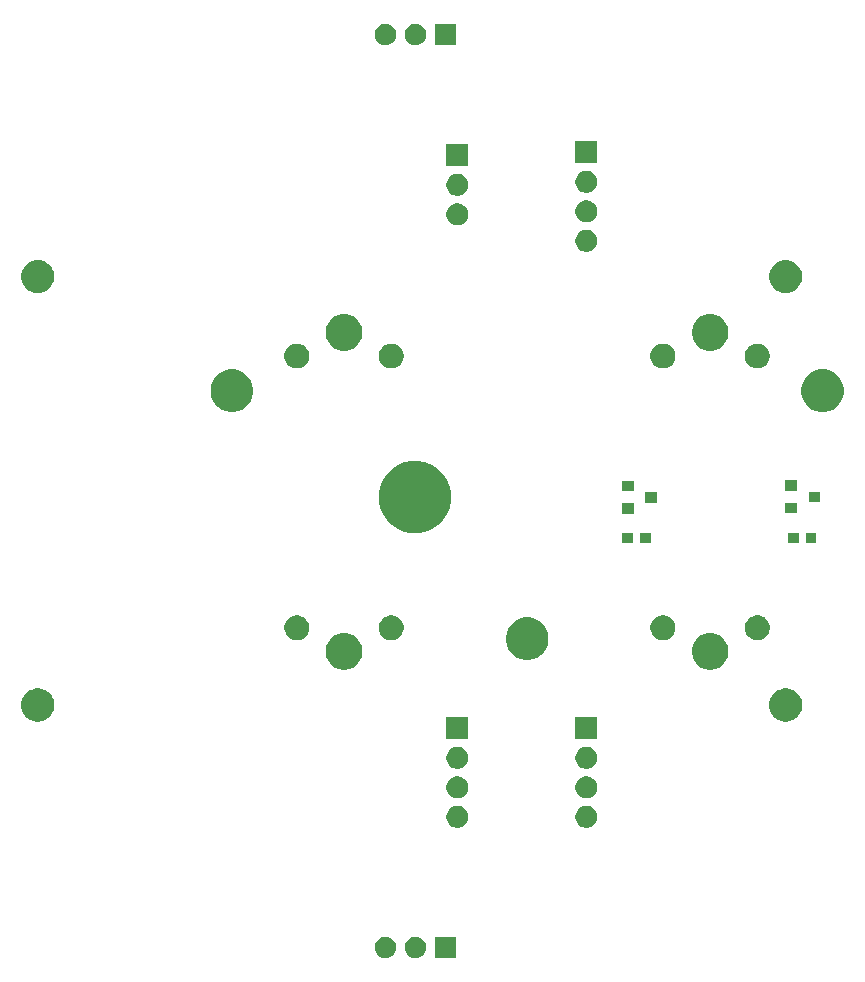
<source format=gbr>
G04 #@! TF.GenerationSoftware,KiCad,Pcbnew,(5.1.5)-3*
G04 #@! TF.CreationDate,2020-06-25T09:37:35+02:00*
G04 #@! TF.ProjectId,StepperClockMotor,53746570-7065-4724-936c-6f636b4d6f74,v1.1*
G04 #@! TF.SameCoordinates,Original*
G04 #@! TF.FileFunction,Soldermask,Bot*
G04 #@! TF.FilePolarity,Negative*
%FSLAX46Y46*%
G04 Gerber Fmt 4.6, Leading zero omitted, Abs format (unit mm)*
G04 Created by KiCad (PCBNEW (5.1.5)-3) date 2020-06-25 09:37:35*
%MOMM*%
%LPD*%
G04 APERTURE LIST*
%ADD10C,0.100000*%
G04 APERTURE END LIST*
D10*
G36*
X98411312Y-180654667D02*
G01*
X98560612Y-180684364D01*
X98724584Y-180752284D01*
X98872154Y-180850887D01*
X98997653Y-180976386D01*
X99096256Y-181123956D01*
X99164176Y-181287928D01*
X99198800Y-181461999D01*
X99198800Y-181639481D01*
X99164176Y-181813552D01*
X99096256Y-181977524D01*
X98997653Y-182125094D01*
X98872154Y-182250593D01*
X98724584Y-182349196D01*
X98560612Y-182417116D01*
X98411312Y-182446813D01*
X98386542Y-182451740D01*
X98209058Y-182451740D01*
X98184288Y-182446813D01*
X98034988Y-182417116D01*
X97871016Y-182349196D01*
X97723446Y-182250593D01*
X97597947Y-182125094D01*
X97499344Y-181977524D01*
X97431424Y-181813552D01*
X97396800Y-181639481D01*
X97396800Y-181461999D01*
X97431424Y-181287928D01*
X97499344Y-181123956D01*
X97597947Y-180976386D01*
X97723446Y-180850887D01*
X97871016Y-180752284D01*
X98034988Y-180684364D01*
X98184288Y-180654667D01*
X98209058Y-180649740D01*
X98386542Y-180649740D01*
X98411312Y-180654667D01*
G37*
G36*
X100951312Y-180654667D02*
G01*
X101100612Y-180684364D01*
X101264584Y-180752284D01*
X101412154Y-180850887D01*
X101537653Y-180976386D01*
X101636256Y-181123956D01*
X101704176Y-181287928D01*
X101738800Y-181461999D01*
X101738800Y-181639481D01*
X101704176Y-181813552D01*
X101636256Y-181977524D01*
X101537653Y-182125094D01*
X101412154Y-182250593D01*
X101264584Y-182349196D01*
X101100612Y-182417116D01*
X100951312Y-182446813D01*
X100926542Y-182451740D01*
X100749058Y-182451740D01*
X100724288Y-182446813D01*
X100574988Y-182417116D01*
X100411016Y-182349196D01*
X100263446Y-182250593D01*
X100137947Y-182125094D01*
X100039344Y-181977524D01*
X99971424Y-181813552D01*
X99936800Y-181639481D01*
X99936800Y-181461999D01*
X99971424Y-181287928D01*
X100039344Y-181123956D01*
X100137947Y-180976386D01*
X100263446Y-180850887D01*
X100411016Y-180752284D01*
X100574988Y-180684364D01*
X100724288Y-180654667D01*
X100749058Y-180649740D01*
X100926542Y-180649740D01*
X100951312Y-180654667D01*
G37*
G36*
X104278800Y-182451740D02*
G01*
X102476800Y-182451740D01*
X102476800Y-180649740D01*
X104278800Y-180649740D01*
X104278800Y-182451740D01*
G37*
G36*
X115585904Y-169618325D02*
G01*
X115754426Y-169688129D01*
X115906091Y-169789468D01*
X116035072Y-169918449D01*
X116136411Y-170070114D01*
X116206215Y-170238636D01*
X116241800Y-170417537D01*
X116241800Y-170599943D01*
X116206215Y-170778844D01*
X116136411Y-170947366D01*
X116035072Y-171099031D01*
X115906091Y-171228012D01*
X115754426Y-171329351D01*
X115585904Y-171399155D01*
X115407003Y-171434740D01*
X115224597Y-171434740D01*
X115045696Y-171399155D01*
X114877174Y-171329351D01*
X114725509Y-171228012D01*
X114596528Y-171099031D01*
X114495189Y-170947366D01*
X114425385Y-170778844D01*
X114389800Y-170599943D01*
X114389800Y-170417537D01*
X114425385Y-170238636D01*
X114495189Y-170070114D01*
X114596528Y-169918449D01*
X114725509Y-169789468D01*
X114877174Y-169688129D01*
X115045696Y-169618325D01*
X115224597Y-169582740D01*
X115407003Y-169582740D01*
X115585904Y-169618325D01*
G37*
G36*
X104663904Y-169618325D02*
G01*
X104832426Y-169688129D01*
X104984091Y-169789468D01*
X105113072Y-169918449D01*
X105214411Y-170070114D01*
X105284215Y-170238636D01*
X105319800Y-170417537D01*
X105319800Y-170599943D01*
X105284215Y-170778844D01*
X105214411Y-170947366D01*
X105113072Y-171099031D01*
X104984091Y-171228012D01*
X104832426Y-171329351D01*
X104663904Y-171399155D01*
X104485003Y-171434740D01*
X104302597Y-171434740D01*
X104123696Y-171399155D01*
X103955174Y-171329351D01*
X103803509Y-171228012D01*
X103674528Y-171099031D01*
X103573189Y-170947366D01*
X103503385Y-170778844D01*
X103467800Y-170599943D01*
X103467800Y-170417537D01*
X103503385Y-170238636D01*
X103573189Y-170070114D01*
X103674528Y-169918449D01*
X103803509Y-169789468D01*
X103955174Y-169688129D01*
X104123696Y-169618325D01*
X104302597Y-169582740D01*
X104485003Y-169582740D01*
X104663904Y-169618325D01*
G37*
G36*
X104663904Y-167118325D02*
G01*
X104832426Y-167188129D01*
X104984091Y-167289468D01*
X105113072Y-167418449D01*
X105214411Y-167570114D01*
X105284215Y-167738636D01*
X105319800Y-167917537D01*
X105319800Y-168099943D01*
X105284215Y-168278844D01*
X105214411Y-168447366D01*
X105113072Y-168599031D01*
X104984091Y-168728012D01*
X104832426Y-168829351D01*
X104663904Y-168899155D01*
X104485003Y-168934740D01*
X104302597Y-168934740D01*
X104123696Y-168899155D01*
X103955174Y-168829351D01*
X103803509Y-168728012D01*
X103674528Y-168599031D01*
X103573189Y-168447366D01*
X103503385Y-168278844D01*
X103467800Y-168099943D01*
X103467800Y-167917537D01*
X103503385Y-167738636D01*
X103573189Y-167570114D01*
X103674528Y-167418449D01*
X103803509Y-167289468D01*
X103955174Y-167188129D01*
X104123696Y-167118325D01*
X104302597Y-167082740D01*
X104485003Y-167082740D01*
X104663904Y-167118325D01*
G37*
G36*
X115585904Y-167118325D02*
G01*
X115754426Y-167188129D01*
X115906091Y-167289468D01*
X116035072Y-167418449D01*
X116136411Y-167570114D01*
X116206215Y-167738636D01*
X116241800Y-167917537D01*
X116241800Y-168099943D01*
X116206215Y-168278844D01*
X116136411Y-168447366D01*
X116035072Y-168599031D01*
X115906091Y-168728012D01*
X115754426Y-168829351D01*
X115585904Y-168899155D01*
X115407003Y-168934740D01*
X115224597Y-168934740D01*
X115045696Y-168899155D01*
X114877174Y-168829351D01*
X114725509Y-168728012D01*
X114596528Y-168599031D01*
X114495189Y-168447366D01*
X114425385Y-168278844D01*
X114389800Y-168099943D01*
X114389800Y-167917537D01*
X114425385Y-167738636D01*
X114495189Y-167570114D01*
X114596528Y-167418449D01*
X114725509Y-167289468D01*
X114877174Y-167188129D01*
X115045696Y-167118325D01*
X115224597Y-167082740D01*
X115407003Y-167082740D01*
X115585904Y-167118325D01*
G37*
G36*
X115585904Y-164618325D02*
G01*
X115754426Y-164688129D01*
X115906091Y-164789468D01*
X116035072Y-164918449D01*
X116136411Y-165070114D01*
X116206215Y-165238636D01*
X116241800Y-165417537D01*
X116241800Y-165599943D01*
X116206215Y-165778844D01*
X116136411Y-165947366D01*
X116035072Y-166099031D01*
X115906091Y-166228012D01*
X115754426Y-166329351D01*
X115585904Y-166399155D01*
X115407003Y-166434740D01*
X115224597Y-166434740D01*
X115045696Y-166399155D01*
X114877174Y-166329351D01*
X114725509Y-166228012D01*
X114596528Y-166099031D01*
X114495189Y-165947366D01*
X114425385Y-165778844D01*
X114389800Y-165599943D01*
X114389800Y-165417537D01*
X114425385Y-165238636D01*
X114495189Y-165070114D01*
X114596528Y-164918449D01*
X114725509Y-164789468D01*
X114877174Y-164688129D01*
X115045696Y-164618325D01*
X115224597Y-164582740D01*
X115407003Y-164582740D01*
X115585904Y-164618325D01*
G37*
G36*
X104663904Y-164618325D02*
G01*
X104832426Y-164688129D01*
X104984091Y-164789468D01*
X105113072Y-164918449D01*
X105214411Y-165070114D01*
X105284215Y-165238636D01*
X105319800Y-165417537D01*
X105319800Y-165599943D01*
X105284215Y-165778844D01*
X105214411Y-165947366D01*
X105113072Y-166099031D01*
X104984091Y-166228012D01*
X104832426Y-166329351D01*
X104663904Y-166399155D01*
X104485003Y-166434740D01*
X104302597Y-166434740D01*
X104123696Y-166399155D01*
X103955174Y-166329351D01*
X103803509Y-166228012D01*
X103674528Y-166099031D01*
X103573189Y-165947366D01*
X103503385Y-165778844D01*
X103467800Y-165599943D01*
X103467800Y-165417537D01*
X103503385Y-165238636D01*
X103573189Y-165070114D01*
X103674528Y-164918449D01*
X103803509Y-164789468D01*
X103955174Y-164688129D01*
X104123696Y-164618325D01*
X104302597Y-164582740D01*
X104485003Y-164582740D01*
X104663904Y-164618325D01*
G37*
G36*
X116241800Y-163934740D02*
G01*
X114389800Y-163934740D01*
X114389800Y-162082740D01*
X116241800Y-162082740D01*
X116241800Y-163934740D01*
G37*
G36*
X105319800Y-163934740D02*
G01*
X103467800Y-163934740D01*
X103467800Y-162082740D01*
X105319800Y-162082740D01*
X105319800Y-163934740D01*
G37*
G36*
X69184233Y-159665633D02*
G01*
X69274457Y-159683579D01*
X69380067Y-159727325D01*
X69529421Y-159789189D01*
X69529422Y-159789190D01*
X69758886Y-159942512D01*
X69954028Y-160137654D01*
X70056475Y-160290977D01*
X70107351Y-160367119D01*
X70212961Y-160622084D01*
X70266800Y-160892752D01*
X70266800Y-161168728D01*
X70212961Y-161439396D01*
X70107351Y-161694361D01*
X70107350Y-161694362D01*
X69954028Y-161923826D01*
X69758886Y-162118968D01*
X69605563Y-162221415D01*
X69529421Y-162272291D01*
X69380067Y-162334155D01*
X69274457Y-162377901D01*
X69184233Y-162395847D01*
X69003788Y-162431740D01*
X68727812Y-162431740D01*
X68547367Y-162395847D01*
X68457143Y-162377901D01*
X68351533Y-162334155D01*
X68202179Y-162272291D01*
X68126037Y-162221415D01*
X67972714Y-162118968D01*
X67777572Y-161923826D01*
X67624250Y-161694362D01*
X67624249Y-161694361D01*
X67518639Y-161439396D01*
X67464800Y-161168728D01*
X67464800Y-160892752D01*
X67518639Y-160622084D01*
X67624249Y-160367119D01*
X67675125Y-160290977D01*
X67777572Y-160137654D01*
X67972714Y-159942512D01*
X68202178Y-159789190D01*
X68202179Y-159789189D01*
X68351533Y-159727325D01*
X68457143Y-159683579D01*
X68547367Y-159665633D01*
X68727812Y-159629740D01*
X69003788Y-159629740D01*
X69184233Y-159665633D01*
G37*
G36*
X132504233Y-159665633D02*
G01*
X132594457Y-159683579D01*
X132700067Y-159727325D01*
X132849421Y-159789189D01*
X132849422Y-159789190D01*
X133078886Y-159942512D01*
X133274028Y-160137654D01*
X133376475Y-160290977D01*
X133427351Y-160367119D01*
X133532961Y-160622084D01*
X133586800Y-160892752D01*
X133586800Y-161168728D01*
X133532961Y-161439396D01*
X133427351Y-161694361D01*
X133427350Y-161694362D01*
X133274028Y-161923826D01*
X133078886Y-162118968D01*
X132925563Y-162221415D01*
X132849421Y-162272291D01*
X132700067Y-162334155D01*
X132594457Y-162377901D01*
X132504233Y-162395847D01*
X132323788Y-162431740D01*
X132047812Y-162431740D01*
X131867367Y-162395847D01*
X131777143Y-162377901D01*
X131671533Y-162334155D01*
X131522179Y-162272291D01*
X131446037Y-162221415D01*
X131292714Y-162118968D01*
X131097572Y-161923826D01*
X130944250Y-161694362D01*
X130944249Y-161694361D01*
X130838639Y-161439396D01*
X130784800Y-161168728D01*
X130784800Y-160892752D01*
X130838639Y-160622084D01*
X130944249Y-160367119D01*
X130995125Y-160290977D01*
X131097572Y-160137654D01*
X131292714Y-159942512D01*
X131522178Y-159789190D01*
X131522179Y-159789189D01*
X131671533Y-159727325D01*
X131777143Y-159683579D01*
X131867367Y-159665633D01*
X132047812Y-159629740D01*
X132323788Y-159629740D01*
X132504233Y-159665633D01*
G37*
G36*
X95098385Y-154959542D02*
G01*
X95248210Y-154989344D01*
X95530474Y-155106261D01*
X95784505Y-155275999D01*
X96000541Y-155492035D01*
X96170279Y-155746066D01*
X96287196Y-156028330D01*
X96346800Y-156327980D01*
X96346800Y-156633500D01*
X96287196Y-156933150D01*
X96170279Y-157215414D01*
X96000541Y-157469445D01*
X95784505Y-157685481D01*
X95530474Y-157855219D01*
X95248210Y-157972136D01*
X95098385Y-158001938D01*
X94948561Y-158031740D01*
X94643039Y-158031740D01*
X94493215Y-158001938D01*
X94343390Y-157972136D01*
X94061126Y-157855219D01*
X93807095Y-157685481D01*
X93591059Y-157469445D01*
X93421321Y-157215414D01*
X93304404Y-156933150D01*
X93244800Y-156633500D01*
X93244800Y-156327980D01*
X93304404Y-156028330D01*
X93421321Y-155746066D01*
X93591059Y-155492035D01*
X93807095Y-155275999D01*
X94061126Y-155106261D01*
X94343390Y-154989344D01*
X94493215Y-154959542D01*
X94643039Y-154929740D01*
X94948561Y-154929740D01*
X95098385Y-154959542D01*
G37*
G36*
X126098385Y-154959542D02*
G01*
X126248210Y-154989344D01*
X126530474Y-155106261D01*
X126784505Y-155275999D01*
X127000541Y-155492035D01*
X127170279Y-155746066D01*
X127287196Y-156028330D01*
X127346800Y-156327980D01*
X127346800Y-156633500D01*
X127287196Y-156933150D01*
X127170279Y-157215414D01*
X127000541Y-157469445D01*
X126784505Y-157685481D01*
X126530474Y-157855219D01*
X126248210Y-157972136D01*
X126098385Y-158001938D01*
X125948561Y-158031740D01*
X125643039Y-158031740D01*
X125493215Y-158001938D01*
X125343390Y-157972136D01*
X125061126Y-157855219D01*
X124807095Y-157685481D01*
X124591059Y-157469445D01*
X124421321Y-157215414D01*
X124304404Y-156933150D01*
X124244800Y-156633500D01*
X124244800Y-156327980D01*
X124304404Y-156028330D01*
X124421321Y-155746066D01*
X124591059Y-155492035D01*
X124807095Y-155275999D01*
X125061126Y-155106261D01*
X125343390Y-154989344D01*
X125493215Y-154959542D01*
X125643039Y-154929740D01*
X125948561Y-154929740D01*
X126098385Y-154959542D01*
G37*
G36*
X110831131Y-153688951D02*
G01*
X111158892Y-153824714D01*
X111453870Y-154021812D01*
X111704728Y-154272670D01*
X111901826Y-154567648D01*
X112037589Y-154895409D01*
X112106800Y-155243356D01*
X112106800Y-155598124D01*
X112037589Y-155946071D01*
X111901826Y-156273832D01*
X111704728Y-156568810D01*
X111453870Y-156819668D01*
X111158892Y-157016766D01*
X110831131Y-157152529D01*
X110483184Y-157221740D01*
X110128416Y-157221740D01*
X109780469Y-157152529D01*
X109452708Y-157016766D01*
X109157730Y-156819668D01*
X108906872Y-156568810D01*
X108709774Y-156273832D01*
X108574011Y-155946071D01*
X108504800Y-155598124D01*
X108504800Y-155243356D01*
X108574011Y-154895409D01*
X108709774Y-154567648D01*
X108906872Y-154272670D01*
X109157730Y-154021812D01*
X109452708Y-153824714D01*
X109780469Y-153688951D01*
X110128416Y-153619740D01*
X110483184Y-153619740D01*
X110831131Y-153688951D01*
G37*
G36*
X91102364Y-153470129D02*
G01*
X91293633Y-153549355D01*
X91293635Y-153549356D01*
X91398972Y-153619740D01*
X91465773Y-153664375D01*
X91612165Y-153810767D01*
X91727185Y-153982907D01*
X91806411Y-154174176D01*
X91846800Y-154377224D01*
X91846800Y-154584256D01*
X91806411Y-154787304D01*
X91747412Y-154929740D01*
X91727184Y-154978575D01*
X91612165Y-155150713D01*
X91465773Y-155297105D01*
X91293635Y-155412124D01*
X91293634Y-155412125D01*
X91293633Y-155412125D01*
X91102364Y-155491351D01*
X90899316Y-155531740D01*
X90692284Y-155531740D01*
X90489236Y-155491351D01*
X90297967Y-155412125D01*
X90297966Y-155412125D01*
X90297965Y-155412124D01*
X90125827Y-155297105D01*
X89979435Y-155150713D01*
X89864416Y-154978575D01*
X89844188Y-154929740D01*
X89785189Y-154787304D01*
X89744800Y-154584256D01*
X89744800Y-154377224D01*
X89785189Y-154174176D01*
X89864415Y-153982907D01*
X89979435Y-153810767D01*
X90125827Y-153664375D01*
X90192628Y-153619740D01*
X90297965Y-153549356D01*
X90297967Y-153549355D01*
X90489236Y-153470129D01*
X90692284Y-153429740D01*
X90899316Y-153429740D01*
X91102364Y-153470129D01*
G37*
G36*
X99102364Y-153470129D02*
G01*
X99293633Y-153549355D01*
X99293635Y-153549356D01*
X99398972Y-153619740D01*
X99465773Y-153664375D01*
X99612165Y-153810767D01*
X99727185Y-153982907D01*
X99806411Y-154174176D01*
X99846800Y-154377224D01*
X99846800Y-154584256D01*
X99806411Y-154787304D01*
X99747412Y-154929740D01*
X99727184Y-154978575D01*
X99612165Y-155150713D01*
X99465773Y-155297105D01*
X99293635Y-155412124D01*
X99293634Y-155412125D01*
X99293633Y-155412125D01*
X99102364Y-155491351D01*
X98899316Y-155531740D01*
X98692284Y-155531740D01*
X98489236Y-155491351D01*
X98297967Y-155412125D01*
X98297966Y-155412125D01*
X98297965Y-155412124D01*
X98125827Y-155297105D01*
X97979435Y-155150713D01*
X97864416Y-154978575D01*
X97844188Y-154929740D01*
X97785189Y-154787304D01*
X97744800Y-154584256D01*
X97744800Y-154377224D01*
X97785189Y-154174176D01*
X97864415Y-153982907D01*
X97979435Y-153810767D01*
X98125827Y-153664375D01*
X98192628Y-153619740D01*
X98297965Y-153549356D01*
X98297967Y-153549355D01*
X98489236Y-153470129D01*
X98692284Y-153429740D01*
X98899316Y-153429740D01*
X99102364Y-153470129D01*
G37*
G36*
X122102364Y-153470129D02*
G01*
X122293633Y-153549355D01*
X122293635Y-153549356D01*
X122398972Y-153619740D01*
X122465773Y-153664375D01*
X122612165Y-153810767D01*
X122727185Y-153982907D01*
X122806411Y-154174176D01*
X122846800Y-154377224D01*
X122846800Y-154584256D01*
X122806411Y-154787304D01*
X122747412Y-154929740D01*
X122727184Y-154978575D01*
X122612165Y-155150713D01*
X122465773Y-155297105D01*
X122293635Y-155412124D01*
X122293634Y-155412125D01*
X122293633Y-155412125D01*
X122102364Y-155491351D01*
X121899316Y-155531740D01*
X121692284Y-155531740D01*
X121489236Y-155491351D01*
X121297967Y-155412125D01*
X121297966Y-155412125D01*
X121297965Y-155412124D01*
X121125827Y-155297105D01*
X120979435Y-155150713D01*
X120864416Y-154978575D01*
X120844188Y-154929740D01*
X120785189Y-154787304D01*
X120744800Y-154584256D01*
X120744800Y-154377224D01*
X120785189Y-154174176D01*
X120864415Y-153982907D01*
X120979435Y-153810767D01*
X121125827Y-153664375D01*
X121192628Y-153619740D01*
X121297965Y-153549356D01*
X121297967Y-153549355D01*
X121489236Y-153470129D01*
X121692284Y-153429740D01*
X121899316Y-153429740D01*
X122102364Y-153470129D01*
G37*
G36*
X130102364Y-153470129D02*
G01*
X130293633Y-153549355D01*
X130293635Y-153549356D01*
X130398972Y-153619740D01*
X130465773Y-153664375D01*
X130612165Y-153810767D01*
X130727185Y-153982907D01*
X130806411Y-154174176D01*
X130846800Y-154377224D01*
X130846800Y-154584256D01*
X130806411Y-154787304D01*
X130747412Y-154929740D01*
X130727184Y-154978575D01*
X130612165Y-155150713D01*
X130465773Y-155297105D01*
X130293635Y-155412124D01*
X130293634Y-155412125D01*
X130293633Y-155412125D01*
X130102364Y-155491351D01*
X129899316Y-155531740D01*
X129692284Y-155531740D01*
X129489236Y-155491351D01*
X129297967Y-155412125D01*
X129297966Y-155412125D01*
X129297965Y-155412124D01*
X129125827Y-155297105D01*
X128979435Y-155150713D01*
X128864416Y-154978575D01*
X128844188Y-154929740D01*
X128785189Y-154787304D01*
X128744800Y-154584256D01*
X128744800Y-154377224D01*
X128785189Y-154174176D01*
X128864415Y-153982907D01*
X128979435Y-153810767D01*
X129125827Y-153664375D01*
X129192628Y-153619740D01*
X129297965Y-153549356D01*
X129297967Y-153549355D01*
X129489236Y-153470129D01*
X129692284Y-153429740D01*
X129899316Y-153429740D01*
X130102364Y-153470129D01*
G37*
G36*
X120756800Y-147286740D02*
G01*
X119854800Y-147286740D01*
X119854800Y-146434740D01*
X120756800Y-146434740D01*
X120756800Y-147286740D01*
G37*
G36*
X119256800Y-147286740D02*
G01*
X118354800Y-147286740D01*
X118354800Y-146434740D01*
X119256800Y-146434740D01*
X119256800Y-147286740D01*
G37*
G36*
X134796800Y-147286740D02*
G01*
X133894800Y-147286740D01*
X133894800Y-146434740D01*
X134796800Y-146434740D01*
X134796800Y-147286740D01*
G37*
G36*
X133296800Y-147286740D02*
G01*
X132394800Y-147286740D01*
X132394800Y-146434740D01*
X133296800Y-146434740D01*
X133296800Y-147286740D01*
G37*
G36*
X101685743Y-140486988D02*
G01*
X102240989Y-140716978D01*
X102240990Y-140716979D01*
X102740699Y-141050874D01*
X103165666Y-141475841D01*
X103165667Y-141475843D01*
X103499562Y-141975551D01*
X103729552Y-142530797D01*
X103846800Y-143120241D01*
X103846800Y-143721239D01*
X103729552Y-144310683D01*
X103499562Y-144865929D01*
X103499561Y-144865930D01*
X103165666Y-145365639D01*
X102740699Y-145790606D01*
X102489147Y-145958688D01*
X102240989Y-146124502D01*
X101685743Y-146354492D01*
X101096299Y-146471740D01*
X100495301Y-146471740D01*
X99905857Y-146354492D01*
X99350611Y-146124502D01*
X99102453Y-145958688D01*
X98850901Y-145790606D01*
X98425934Y-145365639D01*
X98092039Y-144865930D01*
X98092038Y-144865929D01*
X97862048Y-144310683D01*
X97744800Y-143721239D01*
X97744800Y-143120241D01*
X97862048Y-142530797D01*
X98092038Y-141975551D01*
X98425933Y-141475843D01*
X98425934Y-141475841D01*
X98850901Y-141050874D01*
X99350610Y-140716979D01*
X99350611Y-140716978D01*
X99905857Y-140486988D01*
X100495301Y-140369740D01*
X101096299Y-140369740D01*
X101685743Y-140486988D01*
G37*
G36*
X119316800Y-144851740D02*
G01*
X118314800Y-144851740D01*
X118314800Y-143949740D01*
X119316800Y-143949740D01*
X119316800Y-144851740D01*
G37*
G36*
X133136800Y-144811740D02*
G01*
X132134800Y-144811740D01*
X132134800Y-143909740D01*
X133136800Y-143909740D01*
X133136800Y-144811740D01*
G37*
G36*
X121316800Y-143901740D02*
G01*
X120314800Y-143901740D01*
X120314800Y-142999740D01*
X121316800Y-142999740D01*
X121316800Y-143901740D01*
G37*
G36*
X135136800Y-143861740D02*
G01*
X134134800Y-143861740D01*
X134134800Y-142959740D01*
X135136800Y-142959740D01*
X135136800Y-143861740D01*
G37*
G36*
X119316800Y-142951740D02*
G01*
X118314800Y-142951740D01*
X118314800Y-142049740D01*
X119316800Y-142049740D01*
X119316800Y-142951740D01*
G37*
G36*
X133136800Y-142911740D02*
G01*
X132134800Y-142911740D01*
X132134800Y-142009740D01*
X133136800Y-142009740D01*
X133136800Y-142911740D01*
G37*
G36*
X135831131Y-132688951D02*
G01*
X136158892Y-132824714D01*
X136453870Y-133021812D01*
X136704728Y-133272670D01*
X136901826Y-133567648D01*
X137037589Y-133895409D01*
X137106800Y-134243356D01*
X137106800Y-134598124D01*
X137037589Y-134946071D01*
X136901826Y-135273832D01*
X136704728Y-135568810D01*
X136453870Y-135819668D01*
X136158892Y-136016766D01*
X135831131Y-136152529D01*
X135483184Y-136221740D01*
X135128416Y-136221740D01*
X134780469Y-136152529D01*
X134452708Y-136016766D01*
X134157730Y-135819668D01*
X133906872Y-135568810D01*
X133709774Y-135273832D01*
X133574011Y-134946071D01*
X133504800Y-134598124D01*
X133504800Y-134243356D01*
X133574011Y-133895409D01*
X133709774Y-133567648D01*
X133906872Y-133272670D01*
X134157730Y-133021812D01*
X134452708Y-132824714D01*
X134780469Y-132688951D01*
X135128416Y-132619740D01*
X135483184Y-132619740D01*
X135831131Y-132688951D01*
G37*
G36*
X85831131Y-132688951D02*
G01*
X86158892Y-132824714D01*
X86453870Y-133021812D01*
X86704728Y-133272670D01*
X86901826Y-133567648D01*
X87037589Y-133895409D01*
X87106800Y-134243356D01*
X87106800Y-134598124D01*
X87037589Y-134946071D01*
X86901826Y-135273832D01*
X86704728Y-135568810D01*
X86453870Y-135819668D01*
X86158892Y-136016766D01*
X85831131Y-136152529D01*
X85483184Y-136221740D01*
X85128416Y-136221740D01*
X84780469Y-136152529D01*
X84452708Y-136016766D01*
X84157730Y-135819668D01*
X83906872Y-135568810D01*
X83709774Y-135273832D01*
X83574011Y-134946071D01*
X83504800Y-134598124D01*
X83504800Y-134243356D01*
X83574011Y-133895409D01*
X83709774Y-133567648D01*
X83906872Y-133272670D01*
X84157730Y-133021812D01*
X84452708Y-132824714D01*
X84780469Y-132688951D01*
X85128416Y-132619740D01*
X85483184Y-132619740D01*
X85831131Y-132688951D01*
G37*
G36*
X91102364Y-130470129D02*
G01*
X91293633Y-130549355D01*
X91293635Y-130549356D01*
X91465773Y-130664375D01*
X91612165Y-130810767D01*
X91727185Y-130982907D01*
X91806411Y-131174176D01*
X91846800Y-131377224D01*
X91846800Y-131584256D01*
X91806411Y-131787304D01*
X91727185Y-131978573D01*
X91727184Y-131978575D01*
X91612165Y-132150713D01*
X91465773Y-132297105D01*
X91293635Y-132412124D01*
X91293634Y-132412125D01*
X91293633Y-132412125D01*
X91102364Y-132491351D01*
X90899316Y-132531740D01*
X90692284Y-132531740D01*
X90489236Y-132491351D01*
X90297967Y-132412125D01*
X90297966Y-132412125D01*
X90297965Y-132412124D01*
X90125827Y-132297105D01*
X89979435Y-132150713D01*
X89864416Y-131978575D01*
X89864415Y-131978573D01*
X89785189Y-131787304D01*
X89744800Y-131584256D01*
X89744800Y-131377224D01*
X89785189Y-131174176D01*
X89864415Y-130982907D01*
X89979435Y-130810767D01*
X90125827Y-130664375D01*
X90297965Y-130549356D01*
X90297967Y-130549355D01*
X90489236Y-130470129D01*
X90692284Y-130429740D01*
X90899316Y-130429740D01*
X91102364Y-130470129D01*
G37*
G36*
X130102364Y-130470129D02*
G01*
X130293633Y-130549355D01*
X130293635Y-130549356D01*
X130465773Y-130664375D01*
X130612165Y-130810767D01*
X130727185Y-130982907D01*
X130806411Y-131174176D01*
X130846800Y-131377224D01*
X130846800Y-131584256D01*
X130806411Y-131787304D01*
X130727185Y-131978573D01*
X130727184Y-131978575D01*
X130612165Y-132150713D01*
X130465773Y-132297105D01*
X130293635Y-132412124D01*
X130293634Y-132412125D01*
X130293633Y-132412125D01*
X130102364Y-132491351D01*
X129899316Y-132531740D01*
X129692284Y-132531740D01*
X129489236Y-132491351D01*
X129297967Y-132412125D01*
X129297966Y-132412125D01*
X129297965Y-132412124D01*
X129125827Y-132297105D01*
X128979435Y-132150713D01*
X128864416Y-131978575D01*
X128864415Y-131978573D01*
X128785189Y-131787304D01*
X128744800Y-131584256D01*
X128744800Y-131377224D01*
X128785189Y-131174176D01*
X128864415Y-130982907D01*
X128979435Y-130810767D01*
X129125827Y-130664375D01*
X129297965Y-130549356D01*
X129297967Y-130549355D01*
X129489236Y-130470129D01*
X129692284Y-130429740D01*
X129899316Y-130429740D01*
X130102364Y-130470129D01*
G37*
G36*
X122102364Y-130470129D02*
G01*
X122293633Y-130549355D01*
X122293635Y-130549356D01*
X122465773Y-130664375D01*
X122612165Y-130810767D01*
X122727185Y-130982907D01*
X122806411Y-131174176D01*
X122846800Y-131377224D01*
X122846800Y-131584256D01*
X122806411Y-131787304D01*
X122727185Y-131978573D01*
X122727184Y-131978575D01*
X122612165Y-132150713D01*
X122465773Y-132297105D01*
X122293635Y-132412124D01*
X122293634Y-132412125D01*
X122293633Y-132412125D01*
X122102364Y-132491351D01*
X121899316Y-132531740D01*
X121692284Y-132531740D01*
X121489236Y-132491351D01*
X121297967Y-132412125D01*
X121297966Y-132412125D01*
X121297965Y-132412124D01*
X121125827Y-132297105D01*
X120979435Y-132150713D01*
X120864416Y-131978575D01*
X120864415Y-131978573D01*
X120785189Y-131787304D01*
X120744800Y-131584256D01*
X120744800Y-131377224D01*
X120785189Y-131174176D01*
X120864415Y-130982907D01*
X120979435Y-130810767D01*
X121125827Y-130664375D01*
X121297965Y-130549356D01*
X121297967Y-130549355D01*
X121489236Y-130470129D01*
X121692284Y-130429740D01*
X121899316Y-130429740D01*
X122102364Y-130470129D01*
G37*
G36*
X99102364Y-130470129D02*
G01*
X99293633Y-130549355D01*
X99293635Y-130549356D01*
X99465773Y-130664375D01*
X99612165Y-130810767D01*
X99727185Y-130982907D01*
X99806411Y-131174176D01*
X99846800Y-131377224D01*
X99846800Y-131584256D01*
X99806411Y-131787304D01*
X99727185Y-131978573D01*
X99727184Y-131978575D01*
X99612165Y-132150713D01*
X99465773Y-132297105D01*
X99293635Y-132412124D01*
X99293634Y-132412125D01*
X99293633Y-132412125D01*
X99102364Y-132491351D01*
X98899316Y-132531740D01*
X98692284Y-132531740D01*
X98489236Y-132491351D01*
X98297967Y-132412125D01*
X98297966Y-132412125D01*
X98297965Y-132412124D01*
X98125827Y-132297105D01*
X97979435Y-132150713D01*
X97864416Y-131978575D01*
X97864415Y-131978573D01*
X97785189Y-131787304D01*
X97744800Y-131584256D01*
X97744800Y-131377224D01*
X97785189Y-131174176D01*
X97864415Y-130982907D01*
X97979435Y-130810767D01*
X98125827Y-130664375D01*
X98297965Y-130549356D01*
X98297967Y-130549355D01*
X98489236Y-130470129D01*
X98692284Y-130429740D01*
X98899316Y-130429740D01*
X99102364Y-130470129D01*
G37*
G36*
X126098385Y-127959542D02*
G01*
X126248210Y-127989344D01*
X126530474Y-128106261D01*
X126784505Y-128275999D01*
X127000541Y-128492035D01*
X127170279Y-128746066D01*
X127287196Y-129028330D01*
X127346800Y-129327980D01*
X127346800Y-129633500D01*
X127287196Y-129933150D01*
X127170279Y-130215414D01*
X127000541Y-130469445D01*
X126784505Y-130685481D01*
X126530474Y-130855219D01*
X126248210Y-130972136D01*
X126194070Y-130982905D01*
X125948561Y-131031740D01*
X125643039Y-131031740D01*
X125397530Y-130982905D01*
X125343390Y-130972136D01*
X125061126Y-130855219D01*
X124807095Y-130685481D01*
X124591059Y-130469445D01*
X124421321Y-130215414D01*
X124304404Y-129933150D01*
X124244800Y-129633500D01*
X124244800Y-129327980D01*
X124304404Y-129028330D01*
X124421321Y-128746066D01*
X124591059Y-128492035D01*
X124807095Y-128275999D01*
X125061126Y-128106261D01*
X125343390Y-127989344D01*
X125493215Y-127959542D01*
X125643039Y-127929740D01*
X125948561Y-127929740D01*
X126098385Y-127959542D01*
G37*
G36*
X95098385Y-127959542D02*
G01*
X95248210Y-127989344D01*
X95530474Y-128106261D01*
X95784505Y-128275999D01*
X96000541Y-128492035D01*
X96170279Y-128746066D01*
X96287196Y-129028330D01*
X96346800Y-129327980D01*
X96346800Y-129633500D01*
X96287196Y-129933150D01*
X96170279Y-130215414D01*
X96000541Y-130469445D01*
X95784505Y-130685481D01*
X95530474Y-130855219D01*
X95248210Y-130972136D01*
X95194070Y-130982905D01*
X94948561Y-131031740D01*
X94643039Y-131031740D01*
X94397530Y-130982905D01*
X94343390Y-130972136D01*
X94061126Y-130855219D01*
X93807095Y-130685481D01*
X93591059Y-130469445D01*
X93421321Y-130215414D01*
X93304404Y-129933150D01*
X93244800Y-129633500D01*
X93244800Y-129327980D01*
X93304404Y-129028330D01*
X93421321Y-128746066D01*
X93591059Y-128492035D01*
X93807095Y-128275999D01*
X94061126Y-128106261D01*
X94343390Y-127989344D01*
X94493215Y-127959542D01*
X94643039Y-127929740D01*
X94948561Y-127929740D01*
X95098385Y-127959542D01*
G37*
G36*
X132504233Y-123385633D02*
G01*
X132594457Y-123403579D01*
X132700067Y-123447325D01*
X132849421Y-123509189D01*
X132849422Y-123509190D01*
X133078886Y-123662512D01*
X133274028Y-123857654D01*
X133376475Y-124010977D01*
X133427351Y-124087119D01*
X133532961Y-124342084D01*
X133586800Y-124612752D01*
X133586800Y-124888728D01*
X133532961Y-125159396D01*
X133427351Y-125414361D01*
X133427350Y-125414362D01*
X133274028Y-125643826D01*
X133078886Y-125838968D01*
X132925563Y-125941415D01*
X132849421Y-125992291D01*
X132700067Y-126054155D01*
X132594457Y-126097901D01*
X132504233Y-126115847D01*
X132323788Y-126151740D01*
X132047812Y-126151740D01*
X131867367Y-126115847D01*
X131777143Y-126097901D01*
X131671533Y-126054155D01*
X131522179Y-125992291D01*
X131446037Y-125941415D01*
X131292714Y-125838968D01*
X131097572Y-125643826D01*
X130944250Y-125414362D01*
X130944249Y-125414361D01*
X130838639Y-125159396D01*
X130784800Y-124888728D01*
X130784800Y-124612752D01*
X130838639Y-124342084D01*
X130944249Y-124087119D01*
X130995125Y-124010977D01*
X131097572Y-123857654D01*
X131292714Y-123662512D01*
X131522178Y-123509190D01*
X131522179Y-123509189D01*
X131671533Y-123447325D01*
X131777143Y-123403579D01*
X131867367Y-123385633D01*
X132047812Y-123349740D01*
X132323788Y-123349740D01*
X132504233Y-123385633D01*
G37*
G36*
X69184233Y-123385633D02*
G01*
X69274457Y-123403579D01*
X69380067Y-123447325D01*
X69529421Y-123509189D01*
X69529422Y-123509190D01*
X69758886Y-123662512D01*
X69954028Y-123857654D01*
X70056475Y-124010977D01*
X70107351Y-124087119D01*
X70212961Y-124342084D01*
X70266800Y-124612752D01*
X70266800Y-124888728D01*
X70212961Y-125159396D01*
X70107351Y-125414361D01*
X70107350Y-125414362D01*
X69954028Y-125643826D01*
X69758886Y-125838968D01*
X69605563Y-125941415D01*
X69529421Y-125992291D01*
X69380067Y-126054155D01*
X69274457Y-126097901D01*
X69184233Y-126115847D01*
X69003788Y-126151740D01*
X68727812Y-126151740D01*
X68547367Y-126115847D01*
X68457143Y-126097901D01*
X68351533Y-126054155D01*
X68202179Y-125992291D01*
X68126037Y-125941415D01*
X67972714Y-125838968D01*
X67777572Y-125643826D01*
X67624250Y-125414362D01*
X67624249Y-125414361D01*
X67518639Y-125159396D01*
X67464800Y-124888728D01*
X67464800Y-124612752D01*
X67518639Y-124342084D01*
X67624249Y-124087119D01*
X67675125Y-124010977D01*
X67777572Y-123857654D01*
X67972714Y-123662512D01*
X68202178Y-123509190D01*
X68202179Y-123509189D01*
X68351533Y-123447325D01*
X68457143Y-123403579D01*
X68547367Y-123385633D01*
X68727812Y-123349740D01*
X69003788Y-123349740D01*
X69184233Y-123385633D01*
G37*
G36*
X115585904Y-120850325D02*
G01*
X115754426Y-120920129D01*
X115906091Y-121021468D01*
X116035072Y-121150449D01*
X116136411Y-121302114D01*
X116206215Y-121470636D01*
X116241800Y-121649537D01*
X116241800Y-121831943D01*
X116206215Y-122010844D01*
X116136411Y-122179366D01*
X116035072Y-122331031D01*
X115906091Y-122460012D01*
X115754426Y-122561351D01*
X115585904Y-122631155D01*
X115407003Y-122666740D01*
X115224597Y-122666740D01*
X115045696Y-122631155D01*
X114877174Y-122561351D01*
X114725509Y-122460012D01*
X114596528Y-122331031D01*
X114495189Y-122179366D01*
X114425385Y-122010844D01*
X114389800Y-121831943D01*
X114389800Y-121649537D01*
X114425385Y-121470636D01*
X114495189Y-121302114D01*
X114596528Y-121150449D01*
X114725509Y-121021468D01*
X114877174Y-120920129D01*
X115045696Y-120850325D01*
X115224597Y-120814740D01*
X115407003Y-120814740D01*
X115585904Y-120850325D01*
G37*
G36*
X104663904Y-118604325D02*
G01*
X104832426Y-118674129D01*
X104984091Y-118775468D01*
X105113072Y-118904449D01*
X105214411Y-119056114D01*
X105284215Y-119224636D01*
X105319800Y-119403537D01*
X105319800Y-119585943D01*
X105284215Y-119764844D01*
X105214411Y-119933366D01*
X105113072Y-120085031D01*
X104984091Y-120214012D01*
X104832426Y-120315351D01*
X104663904Y-120385155D01*
X104485003Y-120420740D01*
X104302597Y-120420740D01*
X104123696Y-120385155D01*
X103955174Y-120315351D01*
X103803509Y-120214012D01*
X103674528Y-120085031D01*
X103573189Y-119933366D01*
X103503385Y-119764844D01*
X103467800Y-119585943D01*
X103467800Y-119403537D01*
X103503385Y-119224636D01*
X103573189Y-119056114D01*
X103674528Y-118904449D01*
X103803509Y-118775468D01*
X103955174Y-118674129D01*
X104123696Y-118604325D01*
X104302597Y-118568740D01*
X104485003Y-118568740D01*
X104663904Y-118604325D01*
G37*
G36*
X115585904Y-118350325D02*
G01*
X115754426Y-118420129D01*
X115906091Y-118521468D01*
X116035072Y-118650449D01*
X116136411Y-118802114D01*
X116206215Y-118970636D01*
X116241800Y-119149537D01*
X116241800Y-119331943D01*
X116206215Y-119510844D01*
X116136411Y-119679366D01*
X116035072Y-119831031D01*
X115906091Y-119960012D01*
X115754426Y-120061351D01*
X115585904Y-120131155D01*
X115407003Y-120166740D01*
X115224597Y-120166740D01*
X115045696Y-120131155D01*
X114877174Y-120061351D01*
X114725509Y-119960012D01*
X114596528Y-119831031D01*
X114495189Y-119679366D01*
X114425385Y-119510844D01*
X114389800Y-119331943D01*
X114389800Y-119149537D01*
X114425385Y-118970636D01*
X114495189Y-118802114D01*
X114596528Y-118650449D01*
X114725509Y-118521468D01*
X114877174Y-118420129D01*
X115045696Y-118350325D01*
X115224597Y-118314740D01*
X115407003Y-118314740D01*
X115585904Y-118350325D01*
G37*
G36*
X104663904Y-116104325D02*
G01*
X104832426Y-116174129D01*
X104984091Y-116275468D01*
X105113072Y-116404449D01*
X105214411Y-116556114D01*
X105284215Y-116724636D01*
X105319800Y-116903537D01*
X105319800Y-117085943D01*
X105284215Y-117264844D01*
X105214411Y-117433366D01*
X105113072Y-117585031D01*
X104984091Y-117714012D01*
X104832426Y-117815351D01*
X104663904Y-117885155D01*
X104485003Y-117920740D01*
X104302597Y-117920740D01*
X104123696Y-117885155D01*
X103955174Y-117815351D01*
X103803509Y-117714012D01*
X103674528Y-117585031D01*
X103573189Y-117433366D01*
X103503385Y-117264844D01*
X103467800Y-117085943D01*
X103467800Y-116903537D01*
X103503385Y-116724636D01*
X103573189Y-116556114D01*
X103674528Y-116404449D01*
X103803509Y-116275468D01*
X103955174Y-116174129D01*
X104123696Y-116104325D01*
X104302597Y-116068740D01*
X104485003Y-116068740D01*
X104663904Y-116104325D01*
G37*
G36*
X115585904Y-115850325D02*
G01*
X115754426Y-115920129D01*
X115906091Y-116021468D01*
X116035072Y-116150449D01*
X116136411Y-116302114D01*
X116206215Y-116470636D01*
X116241800Y-116649537D01*
X116241800Y-116831943D01*
X116206215Y-117010844D01*
X116136411Y-117179366D01*
X116035072Y-117331031D01*
X115906091Y-117460012D01*
X115754426Y-117561351D01*
X115585904Y-117631155D01*
X115407003Y-117666740D01*
X115224597Y-117666740D01*
X115045696Y-117631155D01*
X114877174Y-117561351D01*
X114725509Y-117460012D01*
X114596528Y-117331031D01*
X114495189Y-117179366D01*
X114425385Y-117010844D01*
X114389800Y-116831943D01*
X114389800Y-116649537D01*
X114425385Y-116470636D01*
X114495189Y-116302114D01*
X114596528Y-116150449D01*
X114725509Y-116021468D01*
X114877174Y-115920129D01*
X115045696Y-115850325D01*
X115224597Y-115814740D01*
X115407003Y-115814740D01*
X115585904Y-115850325D01*
G37*
G36*
X105319800Y-115420740D02*
G01*
X103467800Y-115420740D01*
X103467800Y-113568740D01*
X105319800Y-113568740D01*
X105319800Y-115420740D01*
G37*
G36*
X116241800Y-115166740D02*
G01*
X114389800Y-115166740D01*
X114389800Y-113314740D01*
X116241800Y-113314740D01*
X116241800Y-115166740D01*
G37*
G36*
X98409312Y-103364667D02*
G01*
X98558612Y-103394364D01*
X98722584Y-103462284D01*
X98870154Y-103560887D01*
X98995653Y-103686386D01*
X99094256Y-103833956D01*
X99162176Y-103997928D01*
X99196800Y-104171999D01*
X99196800Y-104349481D01*
X99162176Y-104523552D01*
X99094256Y-104687524D01*
X98995653Y-104835094D01*
X98870154Y-104960593D01*
X98722584Y-105059196D01*
X98558612Y-105127116D01*
X98409312Y-105156813D01*
X98384542Y-105161740D01*
X98207058Y-105161740D01*
X98182288Y-105156813D01*
X98032988Y-105127116D01*
X97869016Y-105059196D01*
X97721446Y-104960593D01*
X97595947Y-104835094D01*
X97497344Y-104687524D01*
X97429424Y-104523552D01*
X97394800Y-104349481D01*
X97394800Y-104171999D01*
X97429424Y-103997928D01*
X97497344Y-103833956D01*
X97595947Y-103686386D01*
X97721446Y-103560887D01*
X97869016Y-103462284D01*
X98032988Y-103394364D01*
X98182288Y-103364667D01*
X98207058Y-103359740D01*
X98384542Y-103359740D01*
X98409312Y-103364667D01*
G37*
G36*
X100949312Y-103364667D02*
G01*
X101098612Y-103394364D01*
X101262584Y-103462284D01*
X101410154Y-103560887D01*
X101535653Y-103686386D01*
X101634256Y-103833956D01*
X101702176Y-103997928D01*
X101736800Y-104171999D01*
X101736800Y-104349481D01*
X101702176Y-104523552D01*
X101634256Y-104687524D01*
X101535653Y-104835094D01*
X101410154Y-104960593D01*
X101262584Y-105059196D01*
X101098612Y-105127116D01*
X100949312Y-105156813D01*
X100924542Y-105161740D01*
X100747058Y-105161740D01*
X100722288Y-105156813D01*
X100572988Y-105127116D01*
X100409016Y-105059196D01*
X100261446Y-104960593D01*
X100135947Y-104835094D01*
X100037344Y-104687524D01*
X99969424Y-104523552D01*
X99934800Y-104349481D01*
X99934800Y-104171999D01*
X99969424Y-103997928D01*
X100037344Y-103833956D01*
X100135947Y-103686386D01*
X100261446Y-103560887D01*
X100409016Y-103462284D01*
X100572988Y-103394364D01*
X100722288Y-103364667D01*
X100747058Y-103359740D01*
X100924542Y-103359740D01*
X100949312Y-103364667D01*
G37*
G36*
X104276800Y-105161740D02*
G01*
X102474800Y-105161740D01*
X102474800Y-103359740D01*
X104276800Y-103359740D01*
X104276800Y-105161740D01*
G37*
M02*

</source>
